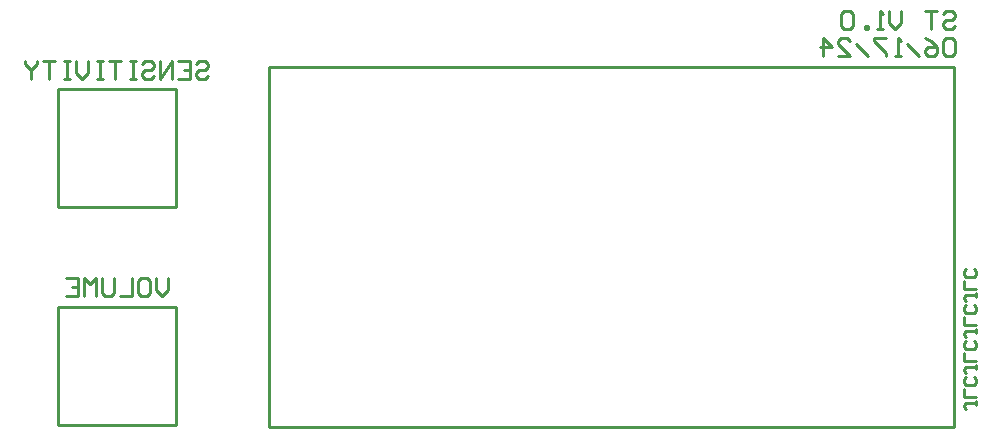
<source format=gbo>
G04*
G04 #@! TF.GenerationSoftware,Altium Limited,Altium Designer,23.8.1 (32)*
G04*
G04 Layer_Color=32896*
%FSLAX25Y25*%
%MOIN*%
G70*
G04*
G04 #@! TF.SameCoordinates,B00BB811-4D84-4737-8C1C-C2D0D2789402*
G04*
G04*
G04 #@! TF.FilePolarity,Positive*
G04*
G01*
G75*
%ADD15C,0.01000*%
D15*
X-139685Y-235000D02*
X-100315D01*
X-139685Y-274370D02*
Y-235000D01*
Y-274370D02*
X-100315D01*
Y-235000D01*
X-139685Y-162500D02*
X-100315D01*
X-139685Y-201870D02*
Y-162500D01*
Y-201870D02*
X-100315D01*
Y-162500D01*
X-69173Y-275079D02*
Y-155000D01*
X159173Y-275079D02*
Y-155000D01*
X-69173Y-275079D02*
X159173D01*
X-69173Y-155000D02*
X159173D01*
X166499Y-266334D02*
Y-267667D01*
Y-267001D01*
X163166D01*
X162500Y-267667D01*
Y-268334D01*
X163166Y-269000D01*
X166499Y-265001D02*
X162500D01*
Y-262335D01*
X165832Y-258337D02*
X166499Y-259003D01*
Y-260336D01*
X165832Y-261003D01*
X163166D01*
X162500Y-260336D01*
Y-259003D01*
X163166Y-258337D01*
X166499Y-254338D02*
Y-255671D01*
Y-255005D01*
X163166D01*
X162500Y-255671D01*
Y-256337D01*
X163166Y-257004D01*
X166499Y-253005D02*
X162500D01*
Y-250339D01*
X165832Y-246341D02*
X166499Y-247007D01*
Y-248340D01*
X165832Y-249006D01*
X163166D01*
X162500Y-248340D01*
Y-247007D01*
X163166Y-246341D01*
X166499Y-242342D02*
Y-243675D01*
Y-243008D01*
X163166D01*
X162500Y-243675D01*
Y-244341D01*
X163166Y-245008D01*
X166499Y-241009D02*
X162500D01*
Y-238343D01*
X165832Y-234345D02*
X166499Y-235011D01*
Y-236344D01*
X165832Y-237010D01*
X163166D01*
X162500Y-236344D01*
Y-235011D01*
X163166Y-234345D01*
X166499Y-230346D02*
Y-231679D01*
Y-231012D01*
X163166D01*
X162500Y-231679D01*
Y-232345D01*
X163166Y-233012D01*
X166499Y-229013D02*
X162500D01*
Y-226347D01*
X165832Y-222348D02*
X166499Y-223015D01*
Y-224348D01*
X165832Y-225014D01*
X163166D01*
X162500Y-224348D01*
Y-223015D01*
X163166Y-222348D01*
X159500Y-146502D02*
X158500Y-145502D01*
X156501D01*
X155501Y-146502D01*
Y-150500D01*
X156501Y-151500D01*
X158500D01*
X159500Y-150500D01*
Y-146502D01*
X149503Y-145502D02*
X151503Y-146502D01*
X153502Y-148501D01*
Y-150500D01*
X152502Y-151500D01*
X150503D01*
X149503Y-150500D01*
Y-149501D01*
X150503Y-148501D01*
X153502D01*
X147504Y-151500D02*
X143505Y-147501D01*
X141506Y-151500D02*
X139506D01*
X140506D01*
Y-145502D01*
X141506Y-146502D01*
X136507Y-145502D02*
X132509D01*
Y-146502D01*
X136507Y-150500D01*
Y-151500D01*
X130509D02*
X126511Y-147501D01*
X120513Y-151500D02*
X124511D01*
X120513Y-147501D01*
Y-146502D01*
X121512Y-145502D01*
X123512D01*
X124511Y-146502D01*
X115514Y-151500D02*
Y-145502D01*
X118513Y-148501D01*
X114515D01*
X155501Y-137502D02*
X156501Y-136502D01*
X158500D01*
X159500Y-137502D01*
Y-138501D01*
X158500Y-139501D01*
X156501D01*
X155501Y-140501D01*
Y-141500D01*
X156501Y-142500D01*
X158500D01*
X159500Y-141500D01*
X153502Y-136502D02*
X149503D01*
X151503D01*
Y-142500D01*
X141506Y-136502D02*
Y-140501D01*
X139506Y-142500D01*
X137507Y-140501D01*
Y-136502D01*
X135508Y-142500D02*
X133508D01*
X134508D01*
Y-136502D01*
X135508Y-137502D01*
X130509Y-142500D02*
Y-141500D01*
X129510D01*
Y-142500D01*
X130509D01*
X125511Y-137502D02*
X124511Y-136502D01*
X122512D01*
X121512Y-137502D01*
Y-141500D01*
X122512Y-142500D01*
X124511D01*
X125511Y-141500D01*
Y-137502D01*
X-103006Y-225502D02*
Y-229501D01*
X-105005Y-231500D01*
X-107004Y-229501D01*
Y-225502D01*
X-112003D02*
X-110003D01*
X-109003Y-226502D01*
Y-230500D01*
X-110003Y-231500D01*
X-112003D01*
X-113002Y-230500D01*
Y-226502D01*
X-112003Y-225502D01*
X-115002D02*
Y-231500D01*
X-119000D01*
X-121000Y-225502D02*
Y-230500D01*
X-121999Y-231500D01*
X-123999D01*
X-124998Y-230500D01*
Y-225502D01*
X-126998Y-231500D02*
Y-225502D01*
X-128997Y-227501D01*
X-130996Y-225502D01*
Y-231500D01*
X-136995Y-225502D02*
X-132996D01*
Y-231500D01*
X-136995D01*
X-132996Y-228501D02*
X-134995D01*
X-93509Y-154002D02*
X-92509Y-153002D01*
X-90509D01*
X-89510Y-154002D01*
Y-155001D01*
X-90509Y-156001D01*
X-92509D01*
X-93509Y-157001D01*
Y-158000D01*
X-92509Y-159000D01*
X-90509D01*
X-89510Y-158000D01*
X-99507Y-153002D02*
X-95508D01*
Y-159000D01*
X-99507D01*
X-95508Y-156001D02*
X-97507D01*
X-101506Y-159000D02*
Y-153002D01*
X-105505Y-159000D01*
Y-153002D01*
X-111503Y-154002D02*
X-110503Y-153002D01*
X-108504D01*
X-107504Y-154002D01*
Y-155001D01*
X-108504Y-156001D01*
X-110503D01*
X-111503Y-157001D01*
Y-158000D01*
X-110503Y-159000D01*
X-108504D01*
X-107504Y-158000D01*
X-113502Y-153002D02*
X-115501D01*
X-114502D01*
Y-159000D01*
X-113502D01*
X-115501D01*
X-118500Y-153002D02*
X-122499D01*
X-120500D01*
Y-159000D01*
X-124498Y-153002D02*
X-126498D01*
X-125498D01*
Y-159000D01*
X-124498D01*
X-126498D01*
X-129497Y-153002D02*
Y-157001D01*
X-131496Y-159000D01*
X-133496Y-157001D01*
Y-153002D01*
X-135495D02*
X-137494D01*
X-136495D01*
Y-159000D01*
X-135495D01*
X-137494D01*
X-140493Y-153002D02*
X-144492D01*
X-142493D01*
Y-159000D01*
X-146491Y-153002D02*
Y-154002D01*
X-148491Y-156001D01*
X-150490Y-154002D01*
Y-153002D01*
X-148491Y-156001D02*
Y-159000D01*
M02*

</source>
